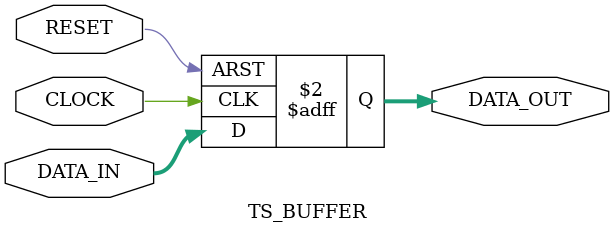
<source format=v>
module TS_BUFFER #(
	parameter WIDTH = 10
	)(
	input							CLOCK		,
	input							RESET		,
	input		  [WIDTH-1 : 0]DATA_IN	,
	
	output reg [WIDTH-1 : 0]DATA_OUT
);

always @(posedge CLOCK or posedge RESET)	begin

	if(RESET)	begin
	
		DATA_OUT <= {WIDTH{1'b0}}	;
	end
	else	begin
	
		DATA_OUT <= DATA_IN			;
	end
end
endmodule

</source>
